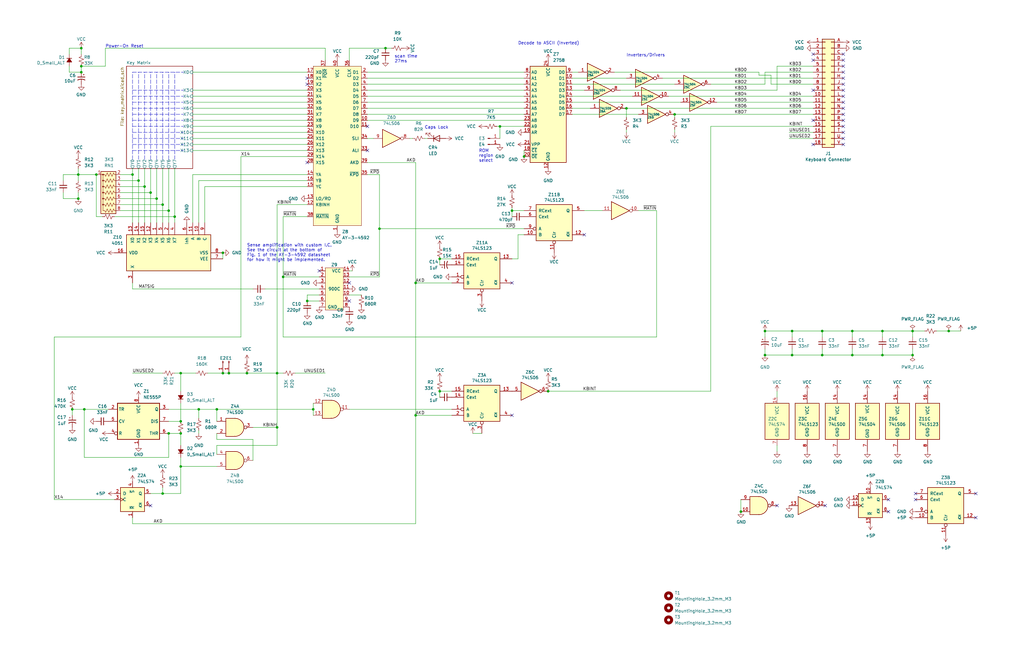
<source format=kicad_sch>
(kicad_sch (version 20211123) (generator eeschema)
  (paper "USLedger")
  (title_block (title "Key Tronic Corp. 65-02163"))
  (junction (at 33.02 73.66))
  (junction (at 40.64 73.66))
  (junction (at 231.14 165.1))
  (junction (at 58.42 76.2))
  (junction (at 116.84 180.34))
  (junction (at 76.2 177.8))
  (junction (at 34.29 20.32))
  (junction (at 175.26 119.38))
  (junction (at 175.26 175.26))
  (junction (at 76.2 182.88))
  (junction (at 68.58 208.28))
  (junction (at 35.56 172.72))
  (junction (at 73.66 91.44))
  (junction (at 210.82 53.34))
  (junction (at 400.05 139.7))
  (junction (at 34.29 27.94))
  (junction (at 334.01 139.7))
  (junction (at 34.29 30.48))
  (junction (at 68.58 86.36))
  (junction (at 372.11 149.86))
  (junction (at 359.41 149.86))
  (junction (at 322.58 149.86))
  (junction (at 322.58 139.7))
  (junction (at 129.54 127))
  (junction (at 359.41 139.7))
  (junction (at 83.82 172.72))
  (junction (at 71.12 88.9))
  (junction (at 132.08 172.72))
  (junction (at 346.71 139.7))
  (junction (at 66.04 83.82))
  (junction (at 160.02 96.52))
  (junction (at 76.2 196.85))
  (junction (at 384.81 149.86))
  (junction (at 264.16 45.72))
  (junction (at 96.52 157.48))
  (junction (at 71.12 182.88))
  (junction (at 284.48 48.26))
  (junction (at 104.14 157.48))
  (junction (at 334.01 149.86))
  (junction (at 346.71 149.86))
  (junction (at 215.9 88.9))
  (junction (at 119.38 116.84))
  (junction (at 185.42 109.22))
  (junction (at 116.84 157.48))
  (junction (at 76.2 157.48))
  (junction (at 30.48 172.72))
  (junction (at 93.98 106.68))
  (junction (at 93.98 157.48))
  (junction (at 220.98 66.04))
  (junction (at 55.88 73.66))
  (junction (at 60.96 78.74))
  (junction (at 312.42 215.9))
  (junction (at 63.5 81.28))
  (junction (at 384.81 139.7))
  (junction (at 372.11 139.7))
  (junction (at 33.02 83.82))
  (junction (at 162.56 20.32))
  (junction (at 185.42 165.1))
  (junction (at 91.44 172.72))
  (no_connect (at 129.54 33.02))
  (no_connect (at 342.9 38.1))
  (no_connect (at 355.6 27.94))
  (no_connect (at 355.6 30.48))
  (no_connect (at 129.54 35.56))
  (no_connect (at 355.6 55.88))
  (no_connect (at 342.9 22.86))
  (no_connect (at 342.9 60.96))
  (no_connect (at 355.6 60.96))
  (no_connect (at 355.6 38.1))
  (no_connect (at 154.94 53.34))
  (no_connect (at 154.94 63.5))
  (no_connect (at 355.6 40.64))
  (no_connect (at 355.6 35.56))
  (no_connect (at 355.6 53.34))
  (no_connect (at 355.6 50.8))
  (no_connect (at 342.9 25.4))
  (no_connect (at 355.6 33.02))
  (no_connect (at 129.54 68.58))
  (no_connect (at 246.38 99.06))
  (no_connect (at 134.62 114.3))
  (no_connect (at 355.6 58.42))
  (no_connect (at 355.6 43.18))
  (no_connect (at 355.6 45.72))
  (no_connect (at 342.9 50.8))
  (no_connect (at 147.32 127))
  (no_connect (at 147.32 119.38))
  (no_connect (at 215.9 119.38))
  (no_connect (at 327.66 213.36))
  (no_connect (at 63.5 213.36))
  (no_connect (at 386.08 210.82))
  (no_connect (at 374.65 210.82))
  (no_connect (at 386.08 208.28))
  (no_connect (at 374.65 215.9))
  (no_connect (at 347.98 213.36))
  (no_connect (at 215.9 175.26))
  (no_connect (at 411.48 218.44))
  (no_connect (at 411.48 208.28))
  (no_connect (at 355.6 22.86))
  (no_connect (at 355.6 48.26))
  (no_connect (at 355.6 25.4))
  (wire (pts (xy 327.66 38.1) (xy 327.66 27.94)))
  (wire (pts (xy 30.48 172.72) (xy 35.56 172.72)))
  (polyline (pts (xy 55.88 30.48) (xy 77.47 30.48)))
  (wire (pts (xy 60.96 78.74) (xy 60.96 93.98)))
  (wire (pts (xy 76.2 182.88) (xy 76.2 187.96)))
  (wire (pts (xy 68.58 205.74) (xy 68.58 208.28)))
  (wire (pts (xy 241.3 45.72) (xy 248.92 45.72)))
  (wire (pts (xy 199.39 182.88) (xy 203.2 182.88)))
  (wire (pts (xy 40.64 91.44) (xy 40.64 73.66)))
  (wire (pts (xy 134.62 127) (xy 129.54 127)))
  (wire (pts (xy 359.41 149.86) (xy 372.11 149.86)))
  (wire (pts (xy 50.8 76.2) (xy 58.42 76.2)))
  (wire (pts (xy 34.29 30.48) (xy 29.21 30.48)))
  (wire (pts (xy 26.67 83.82) (xy 26.67 81.28)))
  (wire (pts (xy 346.71 139.7) (xy 359.41 139.7)))
  (wire (pts (xy 86.36 93.98) (xy 86.36 78.74)))
  (wire (pts (xy 34.29 27.94) (xy 44.45 27.94)))
  (wire (pts (xy 210.82 58.42) (xy 210.82 53.34)))
  (polyline (pts (xy 55.88 40.64) (xy 77.47 40.64)))
  (polyline (pts (xy 63.5 67.31) (xy 63.5 30.48)))
  (wire (pts (xy 322.58 149.86) (xy 334.01 149.86)))
  (wire (pts (xy 218.44 99.06) (xy 220.98 99.06)))
  (polyline (pts (xy 55.88 43.18) (xy 77.47 43.18)))
  (wire (pts (xy 119.38 116.84) (xy 134.62 116.84)))
  (wire (pts (xy 284.48 49.53) (xy 284.48 48.26)))
  (wire (pts (xy 154.94 48.26) (xy 220.98 48.26)))
  (wire (pts (xy 35.56 172.72) (xy 45.72 172.72)))
  (wire (pts (xy 96.52 157.48) (xy 104.14 157.48)))
  (wire (pts (xy 320.04 30.48) (xy 320.04 31.75)))
  (wire (pts (xy 154.94 43.18) (xy 220.98 43.18)))
  (wire (pts (xy 241.3 40.64) (xy 266.7 40.64)))
  (wire (pts (xy 215.9 87.63) (xy 215.9 88.9)))
  (wire (pts (xy 101.6 66.04) (xy 101.6 142.24)))
  (wire (pts (xy 185.42 109.22) (xy 190.5 109.22)))
  (wire (pts (xy 76.2 196.85) (xy 76.2 208.28)))
  (wire (pts (xy 29.21 27.94) (xy 29.21 30.48)))
  (wire (pts (xy 147.32 124.46) (xy 152.4 124.46)))
  (wire (pts (xy 119.38 142.24) (xy 119.38 116.84)))
  (wire (pts (xy 129.54 124.46) (xy 129.54 127)))
  (wire (pts (xy 325.12 35.56) (xy 342.9 35.56)))
  (wire (pts (xy 81.28 48.26) (xy 129.54 48.26)))
  (wire (pts (xy 76.2 177.8) (xy 71.12 177.8)))
  (wire (pts (xy 261.62 38.1) (xy 327.66 38.1)))
  (wire (pts (xy 334.01 139.7) (xy 334.01 142.24)))
  (wire (pts (xy 220.98 53.34) (xy 210.82 53.34)))
  (wire (pts (xy 76.2 157.48) (xy 76.2 165.1)))
  (wire (pts (xy 162.56 20.32) (xy 165.1 20.32)))
  (wire (pts (xy 284.48 55.88) (xy 284.48 54.61)))
  (wire (pts (xy 132.08 172.72) (xy 132.08 175.26)))
  (wire (pts (xy 68.58 71.12) (xy 68.58 86.36)))
  (wire (pts (xy 246.38 88.9) (xy 254 88.9)))
  (wire (pts (xy 33.02 73.66) (xy 40.64 73.66)))
  (wire (pts (xy 81.28 45.72) (xy 129.54 45.72)))
  (wire (pts (xy 66.04 83.82) (xy 66.04 93.98)))
  (wire (pts (xy 342.9 58.42) (xy 332.74 58.42)))
  (wire (pts (xy 372.11 139.7) (xy 384.81 139.7)))
  (wire (pts (xy 34.29 20.32) (xy 34.29 22.86)))
  (wire (pts (xy 154.94 33.02) (xy 220.98 33.02)))
  (wire (pts (xy 83.82 172.72) (xy 91.44 172.72)))
  (wire (pts (xy 175.26 220.98) (xy 55.88 220.98)))
  (wire (pts (xy 384.81 149.86) (xy 384.81 147.32)))
  (wire (pts (xy 185.42 111.76) (xy 185.42 109.22)))
  (wire (pts (xy 22.86 142.24) (xy 22.86 210.82)))
  (polyline (pts (xy 55.88 45.72) (xy 77.47 45.72)))
  (wire (pts (xy 119.38 91.44) (xy 119.38 116.84)))
  (wire (pts (xy 209.55 53.34) (xy 210.82 53.34)))
  (wire (pts (xy 50.8 78.74) (xy 60.96 78.74)))
  (wire (pts (xy 34.29 30.48) (xy 34.29 27.94)))
  (wire (pts (xy 241.3 48.26) (xy 269.24 48.26)))
  (wire (pts (xy 154.94 50.8) (xy 220.98 50.8)))
  (wire (pts (xy 106.68 180.34) (xy 116.84 180.34)))
  (wire (pts (xy 327.66 190.5) (xy 327.66 187.96)))
  (wire (pts (xy 154.94 45.72) (xy 220.98 45.72)))
  (polyline (pts (xy 55.88 67.31) (xy 55.88 30.48)))
  (wire (pts (xy 71.12 71.12) (xy 71.12 88.9)))
  (polyline (pts (xy 60.96 67.31) (xy 60.96 30.48)))
  (wire (pts (xy 119.38 157.48) (xy 116.84 157.48)))
  (wire (pts (xy 26.67 83.82) (xy 33.02 83.82)))
  (wire (pts (xy 147.32 20.32) (xy 162.56 20.32)))
  (wire (pts (xy 81.28 63.5) (xy 129.54 63.5)))
  (wire (pts (xy 327.66 27.94) (xy 342.9 27.94)))
  (wire (pts (xy 83.82 76.2) (xy 129.54 76.2)))
  (polyline (pts (xy 55.88 53.34) (xy 77.47 53.34)))
  (polyline (pts (xy 73.66 67.31) (xy 73.66 30.48)))
  (wire (pts (xy 71.12 193.04) (xy 71.12 182.88)))
  (wire (pts (xy 81.28 38.1) (xy 129.54 38.1)))
  (wire (pts (xy 35.56 193.04) (xy 71.12 193.04)))
  (wire (pts (xy 86.36 78.74) (xy 129.54 78.74)))
  (wire (pts (xy 299.72 35.56) (xy 322.58 35.56)))
  (wire (pts (xy 76.2 170.18) (xy 76.2 177.8)))
  (wire (pts (xy 50.8 73.66) (xy 55.88 73.66)))
  (wire (pts (xy 372.11 139.7) (xy 372.11 142.24)))
  (wire (pts (xy 175.26 119.38) (xy 190.5 119.38)))
  (wire (pts (xy 154.94 30.48) (xy 220.98 30.48)))
  (polyline (pts (xy 71.12 67.31) (xy 71.12 30.48)))
  (wire (pts (xy 116.84 157.48) (xy 116.84 86.36)))
  (wire (pts (xy 91.44 172.72) (xy 132.08 172.72)))
  (wire (pts (xy 132.08 170.18) (xy 132.08 172.72)))
  (wire (pts (xy 372.11 149.86) (xy 372.11 147.32)))
  (wire (pts (xy 81.28 55.88) (xy 129.54 55.88)))
  (wire (pts (xy 81.28 50.8) (xy 129.54 50.8)))
  (wire (pts (xy 264.16 55.88) (xy 264.16 54.61)))
  (wire (pts (xy 101.6 142.24) (xy 22.86 142.24)))
  (wire (pts (xy 106.68 185.42) (xy 106.68 194.31)))
  (wire (pts (xy 50.8 88.9) (xy 71.12 88.9)))
  (wire (pts (xy 173.99 58.42) (xy 172.72 58.42)))
  (wire (pts (xy 327.66 165.1) (xy 327.66 167.64)))
  (wire (pts (xy 81.28 40.64) (xy 129.54 40.64)))
  (wire (pts (xy 50.8 81.28) (xy 63.5 81.28)))
  (wire (pts (xy 332.74 55.88) (xy 342.9 55.88)))
  (wire (pts (xy 299.72 53.34) (xy 342.9 53.34)))
  (wire (pts (xy 81.28 60.96) (xy 129.54 60.96)))
  (wire (pts (xy 241.3 43.18) (xy 287.02 43.18)))
  (wire (pts (xy 55.88 121.92) (xy 106.68 121.92)))
  (wire (pts (xy 160.02 116.84) (xy 160.02 96.52)))
  (wire (pts (xy 218.44 109.22) (xy 215.9 109.22)))
  (wire (pts (xy 231.14 165.1) (xy 299.72 165.1)))
  (wire (pts (xy 93.98 157.48) (xy 96.52 157.48)))
  (wire (pts (xy 81.28 43.18) (xy 129.54 43.18)))
  (wire (pts (xy 91.44 177.8) (xy 91.44 172.72)))
  (wire (pts (xy 58.42 71.12) (xy 58.42 76.2)))
  (wire (pts (xy 83.82 93.98) (xy 83.82 76.2)))
  (wire (pts (xy 264.16 45.72) (xy 342.9 45.72)))
  (wire (pts (xy 215.9 88.9) (xy 215.9 91.44)))
  (wire (pts (xy 81.28 30.48) (xy 129.54 30.48)))
  (wire (pts (xy 322.58 149.86) (xy 322.58 147.32)))
  (polyline (pts (xy 55.88 38.1) (xy 77.47 38.1)))
  (wire (pts (xy 71.12 182.88) (xy 76.2 182.88)))
  (wire (pts (xy 284.48 48.26) (xy 342.9 48.26)))
  (wire (pts (xy 147.32 172.72) (xy 190.5 172.72)))
  (wire (pts (xy 405.13 139.7) (xy 400.05 139.7)))
  (wire (pts (xy 302.26 43.18) (xy 342.9 43.18)))
  (wire (pts (xy 55.88 157.48) (xy 68.58 157.48)))
  (wire (pts (xy 175.26 175.26) (xy 175.26 220.98)))
  (wire (pts (xy 73.66 71.12) (xy 73.66 91.44)))
  (wire (pts (xy 68.58 208.28) (xy 76.2 208.28)))
  (wire (pts (xy 76.2 196.85) (xy 91.44 196.85)))
  (wire (pts (xy 346.71 149.86) (xy 359.41 149.86)))
  (wire (pts (xy 160.02 73.66) (xy 154.94 73.66)))
  (wire (pts (xy 241.3 38.1) (xy 246.38 38.1)))
  (wire (pts (xy 76.2 193.04) (xy 76.2 196.85)))
  (wire (pts (xy 35.56 172.72) (xy 35.56 193.04)))
  (wire (pts (xy 134.62 124.46) (xy 129.54 124.46)))
  (wire (pts (xy 55.88 220.98) (xy 55.88 218.44)))
  (polyline (pts (xy 58.42 67.31) (xy 58.42 30.48)))
  (wire (pts (xy 264.16 45.72) (xy 261.62 45.72)))
  (wire (pts (xy 359.41 139.7) (xy 359.41 142.24)))
  (wire (pts (xy 119.38 91.44) (xy 129.54 91.44)))
  (wire (pts (xy 55.88 73.66) (xy 55.88 93.98)))
  (wire (pts (xy 154.94 58.42) (xy 157.48 58.42)))
  (wire (pts (xy 116.84 187.96) (xy 91.44 187.96)))
  (wire (pts (xy 116.84 86.36) (xy 129.54 86.36)))
  (wire (pts (xy 34.29 20.32) (xy 29.21 20.32)))
  (wire (pts (xy 73.66 91.44) (xy 73.66 93.98)))
  (wire (pts (xy 48.26 91.44) (xy 73.66 91.44)))
  (wire (pts (xy 322.58 139.7) (xy 322.58 142.24)))
  (wire (pts (xy 68.58 208.28) (xy 63.5 208.28)))
  (wire (pts (xy 312.42 210.82) (xy 312.42 215.9)))
  (wire (pts (xy 66.04 71.12) (xy 66.04 83.82)))
  (wire (pts (xy 60.96 71.12) (xy 60.96 78.74)))
  (wire (pts (xy 44.45 27.94) (xy 44.45 20.32)))
  (wire (pts (xy 279.4 33.02) (xy 342.9 33.02)))
  (wire (pts (xy 175.26 68.58) (xy 154.94 68.58)))
  (wire (pts (xy 137.16 20.32) (xy 137.16 25.4)))
  (wire (pts (xy 44.45 20.32) (xy 137.16 20.32)))
  (wire (pts (xy 93.98 109.22) (xy 93.98 106.68)))
  (wire (pts (xy 81.28 53.34) (xy 129.54 53.34)))
  (wire (pts (xy 372.11 149.86) (xy 384.81 149.86)))
  (wire (pts (xy 147.32 116.84) (xy 160.02 116.84)))
  (wire (pts (xy 276.86 88.9) (xy 276.86 142.24)))
  (polyline (pts (xy 55.88 55.88) (xy 77.47 55.88)))
  (wire (pts (xy 55.88 119.38) (xy 55.88 121.92)))
  (wire (pts (xy 218.44 109.22) (xy 218.44 99.06)))
  (wire (pts (xy 334.01 149.86) (xy 334.01 147.32)))
  (wire (pts (xy 137.16 157.48) (xy 124.46 157.48)))
  (wire (pts (xy 215.9 88.9) (xy 220.98 88.9)))
  (polyline (pts (xy 55.88 60.96) (xy 77.47 60.96)))
  (wire (pts (xy 91.44 187.96) (xy 91.44 191.77)))
  (wire (pts (xy 359.41 139.7) (xy 372.11 139.7)))
  (wire (pts (xy 185.42 167.64) (xy 185.42 165.1)))
  (wire (pts (xy 241.3 35.56) (xy 284.48 35.56)))
  (wire (pts (xy 73.66 157.48) (xy 76.2 157.48)))
  (wire (pts (xy 104.14 157.48) (xy 116.84 157.48)))
  (wire (pts (xy 394.97 139.7) (xy 400.05 139.7)))
  (polyline (pts (xy 66.04 67.31) (xy 66.04 30.48)))
  (wire (pts (xy 116.84 180.34) (xy 116.84 187.96)))
  (wire (pts (xy 55.88 73.66) (xy 55.88 71.12)))
  (wire (pts (xy 22.86 210.82) (xy 48.26 210.82)))
  (wire (pts (xy 160.02 96.52) (xy 220.98 96.52)))
  (wire (pts (xy 101.6 66.04) (xy 129.54 66.04)))
  (polyline (pts (xy 55.88 63.5) (xy 77.47 63.5)))
  (wire (pts (xy 63.5 81.28) (xy 63.5 93.98)))
  (wire (pts (xy 264.16 49.53) (xy 264.16 45.72)))
  (wire (pts (xy 322.58 35.56) (xy 322.58 30.48)))
  (wire (pts (xy 322.58 30.48) (xy 342.9 30.48)))
  (wire (pts (xy 50.8 83.82) (xy 66.04 83.82)))
  (wire (pts (xy 175.26 68.58) (xy 175.26 119.38)))
  (wire (pts (xy 33.02 83.82) (xy 33.02 81.28)))
  (wire (pts (xy 147.32 20.32) (xy 147.32 25.4)))
  (polyline (pts (xy 55.88 58.42) (xy 77.47 58.42)))
  (wire (pts (xy 175.26 119.38) (xy 175.26 175.26)))
  (wire (pts (xy 259.08 30.48) (xy 320.04 30.48)))
  (wire (pts (xy 276.86 142.24) (xy 119.38 142.24)))
  (wire (pts (xy 83.82 181.61) (xy 83.82 182.88)))
  (wire (pts (xy 87.63 157.48) (xy 93.98 157.48)))
  (wire (pts (xy 241.3 33.02) (xy 264.16 33.02)))
  (wire (pts (xy 346.71 139.7) (xy 346.71 142.24)))
  (wire (pts (xy 179.07 58.42) (xy 180.34 58.42)))
  (wire (pts (xy 82.55 157.48) (xy 76.2 157.48)))
  (wire (pts (xy 325.12 31.75) (xy 325.12 35.56)))
  (wire (pts (xy 83.82 172.72) (xy 83.82 176.53)))
  (wire (pts (xy 68.58 86.36) (xy 68.58 93.98)))
  (polyline (pts (xy 68.58 67.31) (xy 68.58 30.48)))
  (polyline (pts (xy 55.88 48.26) (xy 77.47 48.26)))
  (wire (pts (xy 154.94 38.1) (xy 220.98 38.1)))
  (wire (pts (xy 30.48 172.72) (xy 30.48 175.26)))
  (wire (pts (xy 116.84 157.48) (xy 116.84 180.34)))
  (wire (pts (xy 384.81 139.7) (xy 389.89 139.7)))
  (wire (pts (xy 160.02 96.52) (xy 160.02 73.66)))
  (wire (pts (xy 154.94 40.64) (xy 220.98 40.64)))
  (wire (pts (xy 81.28 73.66) (xy 129.54 73.66)))
  (wire (pts (xy 269.24 88.9) (xy 276.86 88.9)))
  (wire (pts (xy 29.21 20.32) (xy 29.21 22.86)))
  (wire (pts (xy 334.01 139.7) (xy 346.71 139.7)))
  (wire (pts (xy 50.8 86.36) (xy 68.58 86.36)))
  (wire (pts (xy 322.58 139.7) (xy 334.01 139.7)))
  (wire (pts (xy 185.42 165.1) (xy 190.5 165.1)))
  (wire (pts (xy 346.71 149.86) (xy 346.71 147.32)))
  (wire (pts (xy 63.5 71.12) (xy 63.5 81.28)))
  (wire (pts (xy 320.04 31.75) (xy 325.12 31.75)))
  (wire (pts (xy 81.28 93.98) (xy 81.28 73.66)))
  (polyline (pts (xy 55.88 50.8) (xy 77.47 50.8)))
  (wire (pts (xy 220.98 66.04) (xy 220.98 63.5)))
  (wire (pts (xy 91.44 185.42) (xy 106.68 185.42)))
  (wire (pts (xy 91.44 182.88) (xy 91.44 185.42)))
  (wire (pts (xy 299.72 53.34) (xy 299.72 165.1)))
  (wire (pts (xy 71.12 172.72) (xy 83.82 172.72)))
  (wire (pts (xy 81.28 58.42) (xy 129.54 58.42)))
  (wire (pts (xy 384.81 139.7) (xy 384.81 142.24)))
  (wire (pts (xy 26.67 73.66) (xy 26.67 76.2)))
  (wire (pts (xy 148.59 114.3) (xy 147.32 114.3)))
  (wire (pts (xy 175.26 175.26) (xy 190.5 175.26)))
  (wire (pts (xy 359.41 149.86) (xy 359.41 147.32)))
  (wire (pts (xy 154.94 35.56) (xy 220.98 35.56)))
  (wire (pts (xy 111.76 121.92) (xy 134.62 121.92)))
  (wire (pts (xy 281.94 40.64) (xy 342.9 40.64)))
  (wire (pts (xy 334.01 149.86) (xy 346.71 149.86)))
  (wire (pts (xy 33.02 76.2) (xy 33.02 73.66)))
  (wire (pts (xy 40.64 91.44) (xy 43.18 91.44)))
  (wire (pts (xy 33.02 73.66) (xy 26.67 73.66)))
  (wire (pts (xy 33.02 71.12) (xy 33.02 73.66)))
  (wire (pts (xy 71.12 88.9) (xy 71.12 93.98)))
  (wire (pts (xy 58.42 76.2) (xy 58.42 93.98)))
  (wire (pts (xy 241.3 30.48) (xy 243.84 30.48)))
  (text "Sense amplification with custom I.C. \nSee the circuit at the bottom of \nFig. 1 of the AY-3-4592 datasheet \nfor how it might be implemented.\n" (at 104.14 110.49 0) (effects (font (size 1.27 1.27)) (justify left bottom)))
  (text "ROM\nregion\nselect\n" (at 201.93 68.58 0) (effects (font (size 1.27 1.27)) (justify left bottom)))
  (text "Caps Lock" (at 179.07 54.61 0) (effects (font (size 1.27 1.27)) (justify left bottom)))
  (text "Power-On Reset" (at 44.45 20.32 0) (effects (font (size 1.27 1.27)) (justify left bottom)))
  (text "Inverters/Drivers" (at 264.16 24.13 0) (effects (font (size 1.27 1.27)) (justify left bottom)))
  (text "Decode to ASCII (Inverted)" (at 218.44 19.05 0) (effects (font (size 1.27 1.27)) (justify left bottom)))
  (text "scan time\n27ms" (at 166.37 26.67 0) (effects (font (size 1.27 1.27)) (justify left bottom)))
  (label "AKD" (at 175.26 175.26 0))
  (label "KBD1" (at 332.74 33.02 0))
  (label "KBD5" (at 332.74 43.18 0))
  (label "UNUSED2" (at 332.74 58.42 0))
  (label "KBD3" (at 332.74 27.94 0))
  (label "~{MATIN}" (at 276.86 88.9 180))
  (label "MATSIG" (at 58.42 121.92 0))
  (label "~{MATIN}" (at 119.38 91.44 0))
  (label "KBD2" (at 314.96 35.56 180))
  (label "KBINH" (at 116.84 86.36 0))
  (label "KBD3" (at 314.96 38.1 180))
  (label "KBD2" (at 332.74 30.48 0))
  (label "AKD" (at 175.26 68.58 180))
  (label "KBINT" (at 332.74 53.34 0))
  (label "KBD1" (at 314.96 33.02 180))
  (label "KBD4" (at 332.74 40.64 0))
  (label "KBD0" (at 314.96 30.48 180))
  (label "~{KPD}" (at 160.02 116.84 180))
  (label "UNUSED1" (at 332.74 55.88 0))
  (label "UNUSED1" (at 137.16 157.48 180))
  (label "AKD" (at 175.26 119.38 0))
  (label "AKD" (at 68.58 220.98 180))
  (label "KBD4" (at 314.96 40.64 180))
  (label "KBD5" (at 314.96 43.18 180))
  (label "KBD6" (at 332.74 45.72 0))
  (label "X14" (at 22.86 210.82 0))
  (label "~{KPD}" (at 213.36 96.52 0))
  (label "KBINT" (at 251.46 165.1 180))
  (label "KBD7" (at 314.96 48.26 180))
  (label "X14" (at 101.6 66.04 0))
  (label "UNUSED2" (at 55.88 157.48 0))
  (label "KBD0" (at 332.74 35.56 0))
  (label "KBD6" (at 314.96 45.72 180))
  (label "~{KPD}" (at 160.02 73.66 180))
  (label "KBINH" (at 116.84 180.34 180))
  (label "~{MATIN}" (at 119.38 116.84 0))
  (label "KBD7" (at 332.74 48.26 0))
  (symbol (lib_id "74xx:74LS04") (at 251.46 30.48 0) (mirror x) (unit 1)
    (property "Reference" "Z5" (at 247.65 31.75 0) (effects (font (size 0.889 0.889)) (justify left)))
    (property "Value" "74LS04" (at 247.65 30.48 0) (effects (font (size 0.889 0.889)) (justify left)))
    (property "Footprint" "Package_DIP:DIP-14_W7.62mm" (effects hide))
    (property "Datasheet" "http://www.ti.com/lit/gpn/sn74LS04" (effects hide))
  )
  (symbol (lib_id "74xx:74LS04") (at 271.78 33.02 0) (mirror x) (unit 2)
    (property "Reference" "Z5" (at 267.97 34.29 0) (effects (font (size 0.889 0.889)) (justify left)))
    (property "Value" "74LS04" (at 267.97 33.02 0) (effects (font (size 0.889 0.889)) (justify left)))
    (property "Footprint" "Package_DIP:DIP-14_W7.62mm" (effects hide))
    (property "Datasheet" "http://www.ti.com/lit/gpn/sn74LS04" (effects hide))
  )
  (symbol (lib_id "74xx:74LS04") (at 292.1 35.56 0) (mirror x) (unit 3)
    (property "Reference" "Z5" (at 288.29 36.83 0) (effects (font (size 0.889 0.889)) (justify left)))
    (property "Value" "74LS04" (at 288.29 35.56 0) (effects (font (size 0.889 0.889)) (justify left)))
    (property "Footprint" "Package_DIP:DIP-14_W7.62mm" (effects hide))
    (property "Datasheet" "http://www.ti.com/lit/gpn/sn74LS04" (effects hide))
  )
  (symbol (lib_id "74xx:74LS04") (at 254 38.1 0) (mirror x) (unit 4)
    (property "Reference" "Z5" (at 250.19 39.37 0) (effects (font (size 0.889 0.889)) (justify left)))
    (property "Value" "74LS04" (at 250.19 38.1 0) (effects (font (size 0.889 0.889)) (justify left)))
    (property "Footprint" "Package_DIP:DIP-14_W7.62mm" (effects hide))
    (property "Datasheet" "http://www.ti.com/lit/gpn/sn74LS04" (effects hide))
  )
  (symbol (lib_id "74xx:74LS04") (at 274.32 40.64 0) (mirror x) (unit 5)
    (property "Reference" "Z5" (at 270.51 41.91 0) (effects (font (size 0.889 0.889)) (justify left)))
    (property "Value" "74LS04" (at 270.51 40.64 0) (effects (font (size 0.889 0.889)) (justify left)))
    (property "Footprint" "Package_DIP:DIP-14_W7.62mm" (effects hide))
    (property "Datasheet" "http://www.ti.com/lit/gpn/sn74LS04" (effects hide))
  )
  (symbol (lib_id "74xx:74LS04") (at 294.64 43.18 0) (mirror x) (unit 6)
    (property "Reference" "Z5" (at 290.83 44.45 0) (effects (font (size 0.889 0.889)) (justify left)))
    (property "Value" "74LS04" (at 290.83 43.18 0) (effects (font (size 0.889 0.889)) (justify left)))
    (property "Footprint" "Package_DIP:DIP-14_W7.62mm" (effects hide))
    (property "Datasheet" "http://www.ti.com/lit/gpn/sn74LS04" (effects hide))
  )
  (symbol (lib_id "74xx:74LS06") (at 256.54 45.72 0) (mirror x) (unit 1)
    (property "Reference" "Z6" (at 252.73 46.99 0) (effects (font (size 0.889 0.889)) (justify left)))
    (property "Value" "74LS06" (at 252.73 45.72 0) (effects (font (size 0.889 0.889)) (justify left)))
    (property "Footprint" "Package_DIP:DIP-14_W7.62mm" (effects hide))
    (property "Datasheet" "http://www.ti.com/lit/gpn/sn74LS06" (effects hide))
  )
  (symbol (lib_id "74xx:74LS06") (at 276.86 48.26 0) (mirror x) (unit 2)
    (property "Reference" "Z6" (at 273.05 49.53 0) (effects (font (size 0.889 0.889)) (justify left)))
    (property "Value" "74LS06" (at 273.05 48.26 0) (effects (font (size 0.889 0.889)) (justify left)))
    (property "Footprint" "Package_DIP:DIP-14_W7.62mm" (effects hide))
    (property "Datasheet" "http://www.ti.com/lit/gpn/sn74LS06" (effects hide))
  )
  (symbol (lib_id "Device:R_Small_US") (at 284.48 52.07 0) (mirror x) (unit 1)
    (property "Reference" "R3" (at 287.02 53.3401 0) (effects (justify left)))
    (property "Value" "3K3" (at 287.02 50.8001 0) (effects (justify left)))
    (property "Footprint" "Resistor_THT:R_Axial_DIN0309_L9.0mm_D3.2mm_P12.70mm_Horizontal" (effects hide))
  )
  (symbol (lib_id "Device:R_Small_US") (at 264.16 52.07 0) (mirror x) (unit 1)
    (property "Reference" "R4" (at 266.7 53.3401 0) (effects (justify left)))
    (property "Value" "3K3" (at 266.7 50.8001 0) (effects (justify left)))
    (property "Footprint" "Resistor_THT:R_Axial_DIN0309_L9.0mm_D3.2mm_P12.70mm_Horizontal" (effects hide))
  )
  (symbol (lib_id "power:VCC") (at 231.14 25.4 0) (unit 1)
    (property "Reference" "#PWR0118" (effects hide))
    (property "Value" "VCC" (at 231.14 21.59 0))
  )
  (symbol (lib_id "Connector:Conn_01x01_Male") (at 205.74 58.42 0) (unit 1)
    (property "Reference" "E3" (at 204.47 58.4199 0) (effects (justify right)))
    (property "Value" "A9" (effects hide))
    (property "Footprint" "Connector_PinHeader_2.54mm:PinHeader_1x01_P2.54mm_Vertical" (effects hide))
  )
  (symbol (lib_id "Connector:Conn_01x01_Male") (at 205.74 60.96 0) (unit 1)
    (property "Reference" "E4" (at 204.47 60.9599 0) (effects (justify right)))
    (property "Value" "GND" (effects hide))
    (property "Footprint" "Connector_PinHeader_2.54mm:PinHeader_1x01_P2.54mm_Vertical" (effects hide))
  )
  (symbol (lib_id "Device:R_Small_US") (at 207.01 53.34 90) (mirror x) (unit 1)
    (property "Reference" "R7" (at 207.01 46.99 90))
    (property "Value" "7K5" (at 207.01 49.53 90))
    (property "Footprint" "Resistor_THT:R_Axial_DIN0309_L9.0mm_D3.2mm_P12.70mm_Horizontal" (effects hide))
  )
  (symbol (lib_id "Device:R_Small_US") (at 45.72 91.44 90) (unit 1)
    (property "Reference" "R11" (at 45.72 97.79 90))
    (property "Value" "3K3" (at 45.72 95.25 90))
    (property "Footprint" "Resistor_THT:R_Axial_DIN0309_L9.0mm_D3.2mm_P12.70mm_Horizontal" (effects hide))
  )
  (symbol (lib_id "4xxx:4051") (at 71.12 106.68 90) (mirror x) (unit 1)
    (property "Reference" "Z10" (at 49.53 100.1012 90))
    (property "Value" "4051" (at 49.53 102.6412 90))
    (property "Footprint" "Package_DIP:DIP-16_W7.62mm" (effects hide))
    (property "Datasheet" "http://www.intersil.com/content/dam/Intersil/documents/cd40/cd4051bms-52bms-53bms.pdf" (effects hide))
  )
  (symbol (lib_id "Device:R_Network07_US") (at 45.72 81.28 90) (mirror x) (unit 1)
    (property "Reference" "RN1" (at 45.974 69.85 90))
    (property "Value" "3K3" (at 45.974 67.31 90))
    (property "Footprint" "Resistor_THT:R_Array_SIP8" (effects hide))
    (property "Datasheet" "http://www.vishay.com/docs/31509/csc.pdf" (effects hide))
  )
  (symbol (lib_id "Device:R_Small_US") (at 33.02 68.58 0) (mirror y) (unit 1)
    (property "Reference" "R12" (at 35.56 67.3099 0) (effects (justify right)))
    (property "Value" "3K3" (at 35.56 69.8499 0) (effects (justify right)))
    (property "Footprint" "Resistor_THT:R_Axial_DIN0309_L9.0mm_D3.2mm_P12.70mm_Horizontal" (effects hide))
  )
  (symbol (lib_id "power:VCC") (at 33.02 66.04 0) (mirror y) (unit 1)
    (property "Reference" "#PWR0128" (effects hide))
    (property "Value" "VCC" (at 33.02 62.23 0))
  )
  (symbol (lib_id "power:VCC") (at 142.24 25.4 0) (mirror y) (unit 1)
    (property "Reference" "#PWR0134" (effects hide))
    (property "Value" "VCC" (at 142.24 21.59 0))
  )
  (symbol (lib_id "Device:R_Small_US") (at 33.02 78.74 0) (mirror y) (unit 1)
    (property "Reference" "R13" (at 35.56 77.4699 0) (effects (justify right)))
    (property "Value" "3K3" (at 35.56 80.0099 0) (effects (justify right)))
    (property "Footprint" "Resistor_THT:R_Axial_DIN0309_L9.0mm_D3.2mm_P12.70mm_Horizontal" (effects hide))
  )
  (symbol (lib_id "Device:C_Small") (at 26.67 78.74 0) (mirror y) (unit 1)
    (property "Reference" "C11" (at 24.13 77.4762 0) (effects (justify left)))
    (property "Value" "33nF" (at 24.13 80.0162 0) (effects (justify left)))
    (property "Footprint" "lib:C_Axial_L3.8mm_D2.6mm_P12.7mm_Horizontal" (effects hide))
  )
  (symbol (lib_id "power:GND") (at 33.02 83.82 0) (mirror y) (unit 1)
    (property "Reference" "#PWR0132" (effects hide))
    (property "Value" "GND" (at 33.02 88.9 0))
  )
  (symbol (lib_id "power:GND") (at 93.98 106.68 90) (mirror x) (unit 1)
    (property "Reference" "#PWR0121" (effects hide))
    (property "Value" "GND" (at 97.79 106.6799 90) (effects (justify right)))
  )
  (symbol (lib_id "power:VCC") (at 48.26 106.68 90) (mirror x) (unit 1)
    (property "Reference" "#PWR0137" (effects hide))
    (property "Value" "VCC" (at 44.45 106.6799 90) (effects (justify left)))
  )
  (symbol (lib_id "74xx:74LS06") (at 165.1 58.42 0) (mirror x) (unit 4)
    (property "Reference" "Z6" (at 165.1 49.53 0))
    (property "Value" "74LS06" (at 165.1 52.07 0))
    (property "Footprint" "Package_DIP:DIP-14_W7.62mm" (effects hide))
    (property "Datasheet" "http://www.ti.com/lit/gpn/sn74LS06" (effects hide))
  )
  (symbol (lib_id "Device:R_Small_US") (at 176.53 58.42 270) (mirror x) (unit 1)
    (property "Reference" "R6" (at 176.53 52.07 90))
    (property "Value" "82R" (at 176.53 54.61 90))
    (property "Footprint" "Resistor_THT:R_Axial_DIN0309_L9.0mm_D3.2mm_P12.70mm_Horizontal" (effects hide))
  )
  (symbol (lib_id "Device:LED") (at 184.15 58.42 0) (mirror x) (unit 1)
    (property "Reference" "CR4" (at 182.5625 62.23 0))
    (property "Value" "LED" (at 182.5625 64.77 0))
    (property "Footprint" "LED_THT:LED_D5.0mm" (effects hide))
  )
  (symbol (lib_id "power:VCC") (at 187.96 58.42 270) (unit 1)
    (property "Reference" "#PWR0133" (effects hide))
    (property "Value" "VCC" (at 191.77 58.4199 90) (effects (justify left)))
  )
  (symbol (lib_id "power:VCC") (at 170.18 20.32 270) (unit 1)
    (property "Reference" "#PWR0129" (effects hide))
    (property "Value" "VCC" (at 173.99 20.32 0))
  )
  (symbol (lib_id "Device:R_Small_US") (at 167.64 20.32 270) (unit 1)
    (property "Reference" "R9" (at 167.64 13.97 90))
    (property "Value" "10K" (at 167.64 16.51 90))
    (property "Footprint" "Resistor_THT:R_Axial_DIN0309_L9.0mm_D3.2mm_P12.70mm_Horizontal" (effects hide))
  )
  (symbol (lib_id "Device:C_Small") (at 162.56 22.86 0) (unit 1)
    (property "Reference" "C7" (at 160.02 21.5962 0) (effects (justify right)))
    (property "Value" "220pF" (at 160.02 24.1362 0) (effects (justify right)))
    (property "Footprint" "lib:C_Disc_D6.0mm_W2.5mm_P6.35mm" (effects hide))
  )
  (symbol (lib_id "power:GND") (at 162.56 25.4 0) (unit 1)
    (property "Reference" "#PWR0135" (effects hide))
    (property "Value" "GND" (at 160.02 26.6699 0) (effects (justify right)))
  )
  (symbol (lib_id "power:GND") (at 142.24 97.79 0) (mirror y) (unit 1)
    (property "Reference" "#PWR0144" (effects hide))
    (property "Value" "GND" (at 142.113 102.1842 0))
  )
  (symbol (lib_id "power:VCC") (at 34.29 20.32 0) (mirror y) (unit 1)
    (property "Reference" "#PWR0126" (effects hide))
    (property "Value" "VCC" (at 34.29 16.51 0))
  )
  (symbol (lib_id "Device:R_Small_US") (at 34.29 25.4 0) (mirror y) (unit 1)
    (property "Reference" "R8" (at 38.1 24.13 0) (effects (justify left)))
    (property "Value" "33K" (at 39.37 26.67 0) (effects (justify left)))
    (property "Footprint" "Resistor_THT:R_Axial_DIN0309_L9.0mm_D3.2mm_P12.70mm_Horizontal" (effects hide))
  )
  (symbol (lib_id "Device:D_Small_Filled") (at 29.21 25.4 90) (mirror x) (unit 1)
    (property "Reference" "D1" (at 27.432 24.2316 90) (effects (justify left)))
    (property "Value" "D_Small_ALT" (at 27.432 26.543 90) (effects (justify left)))
    (property "Footprint" "Diode_THT:D_T-1_P12.70mm_Horizontal" (effects hide))
  )
  (symbol (lib_id "Device:C_Polarized_Small_US") (at 34.29 33.02 0) (mirror y) (unit 1)
    (property "Reference" "C6" (at 31.9786 31.8516 0) (effects (justify left)))
    (property "Value" "10uF" (at 31.9786 34.163 0) (effects (justify left)))
    (property "Footprint" "Capacitor_THT:CP_Radial_D8.0mm_P3.50mm" (effects hide))
  )
  (symbol (lib_id "power:GND") (at 34.29 35.56 0) (mirror y) (unit 1)
    (property "Reference" "#PWR0127" (effects hide))
    (property "Value" "GND" (at 34.163 39.9542 0))
  )
  (symbol (lib_id "power:VCC") (at 264.16 55.88 0) (mirror x) (unit 1)
    (property "Reference" "#PWR0110" (effects hide))
    (property "Value" "VCC" (at 264.16 59.69 0))
  )
  (symbol (lib_id "74xx:74LS06") (at 378.46 177.8 0) (unit 7)
    (property "Reference" "Z6" (at 374.65 176.7586 0) (effects (justify left)))
    (property "Value" "74LS06" (at 374.65 179.07 0) (effects (justify left)))
    (property "Footprint" "Package_DIP:DIP-14_W7.62mm" (effects hide))
    (property "Datasheet" "http://www.ti.com/lit/gpn/sn74LS06" (effects hide))
  )
  (symbol (lib_id "74xx:74LS04") (at 365.76 177.8 0) (unit 7)
    (property "Reference" "Z5" (at 361.95 176.7586 0) (effects (justify left)))
    (property "Value" "74LS04" (at 361.95 179.07 0) (effects (justify left)))
    (property "Footprint" "Package_DIP:DIP-14_W7.62mm" (effects hide))
    (property "Datasheet" "http://www.ti.com/lit/gpn/sn74LS04" (effects hide))
  )
  (symbol (lib_id "Device:C_Small") (at 384.81 144.78 0) (unit 1)
    (property "Reference" "C15" (at 387.35 143.5162 0) (effects (justify left)))
    (property "Value" "33nF" (at 387.35 146.0562 0) (effects (justify left)))
    (property "Footprint" "lib:C_Axial_L3.8mm_D2.6mm_P12.7mm_Horizontal" (effects hide))
  )
  (symbol (lib_id "Device:C_Small") (at 372.11 144.78 0) (unit 1)
    (property "Reference" "C12" (at 374.65 143.5162 0) (effects (justify left)))
    (property "Value" "33nF" (at 374.65 146.0562 0) (effects (justify left)))
    (property "Footprint" "lib:C_Axial_L3.8mm_D2.6mm_P12.7mm_Horizontal" (effects hide))
  )
  (symbol (lib_id "power:VCC") (at 378.46 165.1 0) (unit 1)
    (property "Reference" "#PWR0156" (effects hide))
    (property "Value" "VCC" (at 378.46 161.29 0))
  )
  (symbol (lib_id "power:GND") (at 378.46 190.5 0) (unit 1)
    (property "Reference" "#PWR0176" (effects hide))
    (property "Value" "GND" (at 378.587 194.8942 0))
  )
  (symbol (lib_id "MyCardEdge:EdgeConn_02x18_Top_Bottom") (at 347.98 38.1 0) (unit 1)
    (property "Reference" "J1" (at 349.25 64.77 0))
    (property "Value" "Keyboard Connector" (at 349.25 67.31 0))
    (property "Footprint" "lib:CARDEDGE_2x18_P3.96mm" (effects hide))
  )
  (symbol (lib_id "power:VCC") (at 355.6 17.78 270) (mirror x) (unit 1)
    (property "Reference" "#PWR0116" (effects hide))
    (property "Value" "VCC" (at 359.41 17.7799 90) (effects (justify left)))
  )
  (symbol (lib_id "power:GND") (at 355.6 20.32 90) (mirror x) (unit 1)
    (property "Reference" "#PWR0113" (effects hide))
    (property "Value" "GND" (at 359.41 20.3199 90) (effects (justify right)))
  )
  (symbol (lib_id "Device:C_Polarized_Small_US") (at 322.58 144.78 0) (unit 1)
    (property "Reference" "C2" (at 325.12 143.0781 0) (effects (justify left)))
    (property "Value" "10uF" (at 325.12 145.6181 0) (effects (justify left)))
    (property "Footprint" "Capacitor_THT:CP_Radial_D8.0mm_P3.80mm" (effects hide))
  )
  (symbol (lib_id "Device:C_Small") (at 334.01 144.78 0) (unit 1)
    (property "Reference" "C1" (at 336.55 143.5162 0) (effects (justify left)))
    (property "Value" "33nF" (at 336.55 146.0562 0) (effects (justify left)))
    (property "Footprint" "lib:C_Axial_L3.8mm_D2.6mm_P12.7mm_Horizontal" (effects hide))
  )
  (symbol (lib_id "Timer:NE555P") (at 58.42 177.8 0) (unit 1)
    (property "Reference" "Z1" (at 60.4394 165.1 0) (effects (justify left)))
    (property "Value" "NE555P" (at 60.4394 167.64 0) (effects (justify left)))
    (property "Footprint" "Package_DIP:DIP-8_W7.62mm" (effects hide))
    (property "Datasheet" "http://www.ti.com/lit/ds/symlink/ne555.pdf" (effects hide))
  )
  (symbol (lib_id "Device:R_Small_US") (at 83.82 179.07 0) (unit 1)
    (property "Reference" "R1" (at 86.36 177.7999 0) (effects (justify left)))
    (property "Value" "680R" (at 86.36 180.3399 0) (effects (justify left)))
    (property "Footprint" "Resistor_THT:R_Axial_DIN0309_L9.0mm_D3.2mm_P12.70mm_Horizontal" (effects hide))
  )
  (symbol (lib_id "74xx:74LS74") (at 55.88 210.82 0) (unit 1)
    (property "Reference" "Z2" (at 57.8994 200.66 0) (effects (justify left)))
    (property "Value" "74LS74" (at 57.8994 203.2 0) (effects (justify left)))
    (property "Footprint" "Package_DIP:DIP-14_W7.62mm" (effects hide))
    (property "Datasheet" "74xx/74hc_hct74.pdf" (effects hide))
  )
  (symbol (lib_id "74xx:74LS74") (at 367.03 213.36 0) (unit 2)
    (property "Reference" "Z2" (at 369.0494 203.2 0) (effects (justify left)))
    (property "Value" "74LS74" (at 369.0494 205.74 0) (effects (justify left)))
    (property "Footprint" "Package_DIP:DIP-14_W7.62mm" (effects hide))
    (property "Datasheet" "74xx/74hc_hct74.pdf" (effects hide))
  )
  (symbol (lib_id "74xx:74LS74") (at 327.66 177.8 0) (unit 3)
    (property "Reference" "Z2" (at 323.85 176.7586 0) (effects (justify left)))
    (property "Value" "74LS74" (at 323.85 179.07 0) (effects (justify left)))
    (property "Footprint" "Package_DIP:DIP-14_W7.62mm" (effects hide))
    (property "Datasheet" "74xx/74hc_hct74.pdf" (effects hide))
  )
  (symbol (lib_id "74xx:74LS123") (at 203.2 170.18 0) (unit 1)
    (property "Reference" "Z3" (at 203.2 158.3182 0))
    (property "Value" "74LS123" (at 203.2 160.6296 0))
    (property "Footprint" "Package_DIP:DIP-16_W7.62mm" (effects hide))
    (property "Datasheet" "http://www.ti.com/lit/gpn/sn74LS123" (effects hide))
  )
  (symbol (lib_id "74xx:74LS123") (at 398.78 213.36 0) (unit 2)
    (property "Reference" "Z3" (at 398.78 201.4982 0))
    (property "Value" "74LS123" (at 398.78 203.8096 0))
    (property "Footprint" "Package_DIP:DIP-16_W7.62mm" (effects hide))
    (property "Datasheet" "http://www.ti.com/lit/gpn/sn74LS123" (effects hide))
  )
  (symbol (lib_id "74xx:74LS123") (at 340.36 177.8 0) (unit 3)
    (property "Reference" "Z3" (at 336.55 176.7586 0) (effects (justify left)))
    (property "Value" "74LS123" (at 336.55 179.07 0) (effects (justify left)))
    (property "Footprint" "Package_DIP:DIP-16_W7.62mm" (effects hide))
    (property "Datasheet" "http://www.ti.com/lit/gpn/sn74LS123" (effects hide))
  )
  (symbol (lib_id "power:GND") (at 386.08 215.9 270) (unit 1)
    (property "Reference" "#PWR0162" (effects hide))
    (property "Value" "GND" (at 382.27 215.8999 90) (effects (justify right)))
  )
  (symbol (lib_id "power:GND") (at 359.41 213.36 270) (unit 1)
    (property "Reference" "#PWR0160" (effects hide))
    (property "Value" "GND" (at 355.6 213.3599 90) (effects (justify right)))
  )
  (symbol (lib_id "Device:R_Small_US") (at 185.42 162.56 0) (unit 1)
    (property "Reference" "R2" (at 182.88 161.2899 0) (effects (justify right)))
    (property "Value" "33K" (at 182.88 163.8299 0) (effects (justify right)))
    (property "Footprint" "Resistor_THT:R_Axial_DIN0309_L9.0mm_D3.2mm_P12.70mm_Horizontal" (effects hide))
  )
  (symbol (lib_id "Device:C_Small") (at 187.96 167.64 270) (unit 1)
    (property "Reference" "C4" (at 182.88 166.37 90))
    (property "Value" "1uF" (at 182.88 168.91 90))
    (property "Footprint" "Capacitor_THT:C_Rect_L7.0mm_W2.5mm_P5.00mm" (effects hide))
  )
  (symbol (lib_id "power:VCC") (at 185.42 160.02 0) (unit 1)
    (property "Reference" "#PWR0105" (effects hide))
    (property "Value" "VCC" (at 185.42 156.21 0))
  )
  (symbol (lib_id "74xx:74LS06") (at 223.52 165.1 0) (unit 3)
    (property "Reference" "Z6" (at 223.52 157.0482 0))
    (property "Value" "74LS06" (at 223.52 159.3596 0))
    (property "Footprint" "Package_DIP:DIP-14_W7.62mm" (effects hide))
    (property "Datasheet" "http://www.ti.com/lit/gpn/sn74LS06" (effects hide))
  )
  (symbol (lib_id "Device:R_Small_US") (at 231.14 162.56 0) (unit 1)
    (property "Reference" "R5" (at 232.41 160.02 0) (effects (justify left)))
    (property "Value" "3K3" (at 232.41 162.56 0) (effects (justify left)))
    (property "Footprint" "Resistor_THT:R_Axial_DIN0309_L9.0mm_D3.2mm_P12.70mm_Horizontal" (effects hide))
  )
  (symbol (lib_id "power:VCC") (at 231.14 160.02 0) (unit 1)
    (property "Reference" "#PWR0101" (effects hide))
    (property "Value" "VCC" (at 231.14 156.21 0))
  )
  (symbol (lib_id "power:GND") (at 327.66 190.5 0) (unit 1)
    (property "Reference" "#PWR0180" (effects hide))
    (property "Value" "GND" (at 327.787 194.8942 0))
  )
  (symbol (lib_id "power:GND") (at 340.36 190.5 0) (unit 1)
    (property "Reference" "#PWR0178" (effects hide))
    (property "Value" "GND" (at 340.487 194.8942 0))
  )
  (symbol (lib_id "power:VCC") (at 327.66 165.1 0) (unit 1)
    (property "Reference" "#PWR0152" (effects hide))
    (property "Value" "VCC" (at 327.66 161.29 0))
  )
  (symbol (lib_id "power:VCC") (at 340.36 165.1 0) (unit 1)
    (property "Reference" "#PWR0153" (effects hide))
    (property "Value" "VCC" (at 340.36 161.29 0))
  )
  (symbol (lib_id "power:VCC") (at 199.39 182.88 0) (unit 1)
    (property "Reference" "#PWR0102" (effects hide))
    (property "Value" "VCC" (at 199.39 179.07 0))
  )
  (symbol (lib_id "74xx:74LS00") (at 139.7 172.72 0) (unit 4)
    (property "Reference" "Z4" (at 139.7 164.465 0))
    (property "Value" "74LS00" (at 139.7 166.7764 0))
    (property "Footprint" "Package_DIP:DIP-14_W7.62mm" (effects hide))
    (property "Datasheet" "http://www.ti.com/lit/gpn/sn74ls00" (effects hide))
  )
  (symbol (lib_id "74xx:74LS00") (at 99.06 180.34 0) (unit 1)
    (property "Reference" "Z4" (at 99.06 171.45 0))
    (property "Value" "74LS00" (at 99.06 173.99 0))
    (property "Footprint" "Package_DIP:DIP-14_W7.62mm" (effects hide))
    (property "Datasheet" "http://www.ti.com/lit/gpn/sn74ls00" (effects hide))
  )
  (symbol (lib_id "74xx:74LS00") (at 99.06 194.31 0) (unit 2)
    (property "Reference" "Z4" (at 99.06 200.66 0))
    (property "Value" "74LS00" (at 99.06 203.2 0))
    (property "Footprint" "Package_DIP:DIP-14_W7.62mm" (effects hide))
    (property "Datasheet" "http://www.ti.com/lit/gpn/sn74ls00" (effects hide))
  )
  (symbol (lib_id "Device:R_Small_US") (at 76.2 180.34 0) (unit 1)
    (property "Reference" "R17" (at 78.74 179.0699 0) (effects (justify left)))
    (property "Value" "3K3" (at 78.74 181.6099 0) (effects (justify left)))
    (property "Footprint" "Resistor_THT:R_Axial_DIN0309_L9.0mm_D3.2mm_P12.70mm_Horizontal" (effects hide))
  )
  (symbol (lib_id "Device:D_Small_Filled") (at 76.2 190.5 90) (unit 1)
    (property "Reference" "D2" (at 78.74 189.2299 90) (effects (justify right)))
    (property "Value" "D_Small_ALT" (at 78.74 191.7699 90) (effects (justify right)))
    (property "Footprint" "Diode_THT:D_T-1_P12.70mm_Horizontal" (effects hide))
  )
  (symbol (lib_id "Device:R_Small_US") (at 392.43 139.7 90) (unit 1)
    (property "Reference" "R22" (at 392.43 133.35 90))
    (property "Value" "3K3" (at 392.43 135.89 90))
    (property "Footprint" "Resistor_THT:R_Axial_DIN0309_L9.0mm_D3.2mm_P12.70mm_Horizontal" (effects hide))
  )
  (symbol (lib_id "Device:R_Small_US") (at 68.58 203.2 0) (unit 1)
    (property "Reference" "R23" (at 71.12 201.9299 0) (effects (justify left)))
    (property "Value" "3K3" (at 71.12 204.4699 0) (effects (justify left)))
    (property "Footprint" "Resistor_THT:R_Axial_DIN0309_L9.0mm_D3.2mm_P12.70mm_Horizontal" (effects hide))
  )
  (symbol (lib_id "power:VCC") (at 68.58 200.66 0) (unit 1)
    (property "Reference" "#PWR0106" (effects hide))
    (property "Value" "VCC" (at 68.58 196.85 0))
  )
  (symbol (lib_id "Device:R_Small_US") (at 30.48 170.18 0) (unit 1)
    (property "Reference" "R16" (at 27.94 168.9099 0) (effects (justify right)))
    (property "Value" "470K" (at 27.94 171.4499 0) (effects (justify right)))
    (property "Footprint" "Resistor_THT:R_Axial_DIN0309_L9.0mm_D3.2mm_P12.70mm_Horizontal" (effects hide))
  )
  (symbol (lib_id "Device:C_Polarized_Small_US") (at 30.48 177.8 0) (unit 1)
    (property "Reference" "C17" (at 27.94 176.0981 0) (effects (justify right)))
    (property "Value" "1uF" (at 27.94 178.6381 0) (effects (justify right)))
    (property "Footprint" "lib:CP_Axial_L9.0mm_D3.5mm_P12.7mm_Horizontal" (effects hide))
  )
  (symbol (lib_id "Device:C_Small") (at 43.18 177.8 270) (unit 1)
    (property "Reference" "C16" (at 43.1736 171.45 90))
    (property "Value" "33nF" (at 43.1736 173.99 90))
    (property "Footprint" "lib:C_Axial_L3.8mm_D2.6mm_P12.7mm_Horizontal" (effects hide))
  )
  (symbol (lib_id "power:VCC") (at 58.42 167.64 0) (unit 1)
    (property "Reference" "#PWR0114" (effects hide))
    (property "Value" "VCC" (at 58.42 162.56 0))
  )
  (symbol (lib_id "power:GND") (at 58.42 187.96 0) (unit 1)
    (property "Reference" "#PWR0103" (effects hide))
    (property "Value" "GND" (at 58.42 191.77 0))
  )
  (symbol (lib_id "Device:D_Small_Filled") (at 76.2 167.64 90) (unit 1)
    (property "Reference" "D3" (at 78.74 166.3699 90) (effects (justify right)))
    (property "Value" "D_Small_ALT" (at 78.74 168.9099 90) (effects (justify right)))
    (property "Footprint" "Diode_THT:D_T-1_P12.70mm_Horizontal" (effects hide))
  )
  (symbol (lib_id "Device:R_Small_US") (at 71.12 157.48 270) (unit 1)
    (property "Reference" "R21" (at 72.39 158.75 0) (effects (justify left)))
    (property "Value" "33K" (at 69.85 158.75 0) (effects (justify left)))
    (property "Footprint" "Resistor_THT:R_Axial_DIN0309_L9.0mm_D3.2mm_P12.70mm_Horizontal" (effects hide))
  )
  (symbol (lib_id "Device:R_Small_US") (at 85.09 157.48 90) (unit 1)
    (property "Reference" "R18" (at 85.09 151.13 90))
    (property "Value" "160K" (at 85.09 153.67 90))
    (property "Footprint" "Resistor_THT:R_Axial_DIN0309_L9.0mm_D3.2mm_P12.70mm_Horizontal" (effects hide))
  )
  (symbol (lib_id "Device:R_Small_US") (at 104.14 154.94 0) (mirror y) (unit 1)
    (property "Reference" "R19" (at 106.68 153.6699 0) (effects (justify right)))
    (property "Value" "3K3" (at 106.68 156.2099 0) (effects (justify right)))
    (property "Footprint" "Resistor_THT:R_Axial_DIN0309_L9.0mm_D3.2mm_P12.70mm_Horizontal" (effects hide))
  )
  (symbol (lib_id "power:VCC") (at 104.14 152.4 0) (mirror y) (unit 1)
    (property "Reference" "#PWR0115" (effects hide))
    (property "Value" "VCC" (at 104.14 147.32 0))
  )
  (symbol (lib_id "Device:R_Small_US") (at 121.92 157.48 90) (unit 1)
    (property "Reference" "R20" (at 123.1901 160.02 0) (effects (justify right)))
    (property "Value" "33K" (at 120.6501 160.02 0) (effects (justify right)))
    (property "Footprint" "Resistor_THT:R_Axial_DIN0309_L9.0mm_D3.2mm_P12.70mm_Horizontal" (effects hide))
  )
  (symbol (lib_id "74xx:74LS00") (at 320.04 213.36 0) (unit 3)
    (property "Reference" "Z4" (at 320.04 205.105 0))
    (property "Value" "74LS00" (at 320.04 207.4164 0))
    (property "Footprint" "Package_DIP:DIP-14_W7.62mm" (effects hide))
    (property "Datasheet" "http://www.ti.com/lit/gpn/sn74ls00" (effects hide))
  )
  (symbol (lib_id "power:GND") (at 312.42 215.9 0) (unit 1)
    (property "Reference" "#PWR0175" (effects hide))
    (property "Value" "GND" (at 312.547 220.2942 0))
  )
  (symbol (lib_id "74xx:74LS06") (at 340.36 213.36 0) (unit 6)
    (property "Reference" "Z6" (at 340.36 205.3082 0))
    (property "Value" "74LS06" (at 340.36 207.6196 0))
    (property "Footprint" "Package_DIP:DIP-14_W7.62mm" (effects hide))
    (property "Datasheet" "http://www.ti.com/lit/gpn/sn74LS06" (effects hide))
  )
  (symbol (lib_id "power:GND") (at 332.74 213.36 0) (unit 1)
    (property "Reference" "#PWR0174" (effects hide))
    (property "Value" "GND" (at 332.867 217.7542 0))
  )
  (symbol (lib_id "74xx:74LS00") (at 353.06 177.8 0) (unit 5)
    (property "Reference" "Z4" (at 349.25 176.7586 0) (effects (justify left)))
    (property "Value" "74LS00" (at 349.25 179.07 0) (effects (justify left)))
    (property "Footprint" "Package_DIP:DIP-14_W7.62mm" (effects hide))
    (property "Datasheet" "http://www.ti.com/lit/gpn/sn74ls00" (effects hide))
  )
  (symbol (lib_id "power:GND") (at 353.06 190.5 0) (unit 1)
    (property "Reference" "#PWR0179" (effects hide))
    (property "Value" "GND" (at 353.187 194.8942 0))
  )
  (symbol (lib_id "power:VCC") (at 353.06 165.1 0) (unit 1)
    (property "Reference" "#PWR0154" (effects hide))
    (property "Value" "VCC" (at 353.06 161.29 0))
  )
  (symbol (lib_id "Device:C_Small") (at 346.71 144.78 0) (unit 1)
    (property "Reference" "C3" (at 349.25 143.5162 0) (effects (justify left)))
    (property "Value" "33nF" (at 349.25 146.0562 0) (effects (justify left)))
    (property "Footprint" "lib:C_Axial_L3.8mm_D2.6mm_P12.7mm_Horizontal" (effects hide))
  )
  (symbol (lib_id "Device:C_Small") (at 359.41 144.78 0) (unit 1)
    (property "Reference" "C5" (at 361.95 143.5162 0) (effects (justify left)))
    (property "Value" "33nF" (at 361.95 146.0562 0) (effects (justify left)))
    (property "Footprint" "lib:C_Axial_L3.8mm_D2.6mm_P12.7mm_Horizontal" (effects hide))
  )
  (symbol (lib_id "ambassador:900C") (at 140.97 118.11 0) (unit 1)
    (property "Reference" "Z9" (at 140.97 111.76 0))
    (property "Value" "900C" (at 140.97 121.92 0))
    (property "Footprint" "Package_DIP:DIP-14_W7.62mm" (effects hide))
  )
  (symbol (lib_id "power:GND") (at 147.32 134.62 0) (unit 1)
    (property "Reference" "#PWR0171" (effects hide))
    (property "Value" "GND" (at 147.447 139.0142 0))
  )
  (symbol (lib_id "Device:C_Small") (at 129.54 129.54 0) (unit 1)
    (property "Reference" "C10" (at 127 128.2762 0) (effects (justify right)))
    (property "Value" "220pF" (at 127 130.8162 0) (effects (justify right)))
    (property "Footprint" "lib:C_Disc_D6.0mm_W2.5mm_P6.35mm" (effects hide))
  )
  (symbol (lib_id "Device:C_Small") (at 147.32 132.08 0) (unit 1)
    (property "Reference" "C8" (at 144.78 130.8162 0) (effects (justify right)))
    (property "Value" "33nF" (at 144.78 133.3562 0) (effects (justify right)))
    (property "Footprint" "lib:C_Axial_L3.8mm_D2.6mm_P12.7mm_Horizontal" (effects hide))
  )
  (symbol (lib_id "Device:R_Small_US") (at 152.4 127 0) (unit 1)
    (property "Reference" "R10" (at 153.67 125.73 0) (effects (justify left)))
    (property "Value" "680R" (at 153.67 128.27 0) (effects (justify left)))
    (property "Footprint" "Resistor_THT:R_Axial_DIN0309_L9.0mm_D3.2mm_P12.70mm_Horizontal" (effects hide))
  )
  (symbol (lib_id "power:VCC") (at 148.59 114.3 0) (unit 1)
    (property "Reference" "#PWR0131" (effects hide))
    (property "Value" "VCC" (at 148.59 110.49 0))
  )
  (symbol (lib_id "74xx:74LS123") (at 203.2 114.3 0) (unit 1)
    (property "Reference" "Z11" (at 203.2 102.4382 0))
    (property "Value" "74LS123" (at 203.2 104.7496 0))
    (property "Footprint" "Package_DIP:DIP-16_W7.62mm" (effects hide))
    (property "Datasheet" "http://www.ti.com/lit/gpn/sn74LS123" (effects hide))
  )
  (symbol (lib_id "74xx:74LS123") (at 233.68 93.98 0) (unit 2)
    (property "Reference" "Z11" (at 233.68 82.1182 0))
    (property "Value" "74LS123" (at 233.68 84.4296 0))
    (property "Footprint" "Package_DIP:DIP-16_W7.62mm" (effects hide))
    (property "Datasheet" "http://www.ti.com/lit/gpn/sn74LS123" (effects hide))
  )
  (symbol (lib_id "74xx:74LS123") (at 391.16 177.8 0) (unit 3)
    (property "Reference" "Z11" (at 387.35 176.7586 0) (effects (justify left)))
    (property "Value" "74LS123" (at 387.35 179.07 0) (effects (justify left)))
    (property "Footprint" "Package_DIP:DIP-16_W7.62mm" (effects hide))
    (property "Datasheet" "http://www.ti.com/lit/gpn/sn74LS123" (effects hide))
  )
  (symbol (lib_id "74xx:74LS06") (at 261.62 88.9 0) (unit 5)
    (property "Reference" "Z6" (at 261.62 80.8482 0))
    (property "Value" "74LS06" (at 261.62 83.1596 0))
    (property "Footprint" "Package_DIP:DIP-14_W7.62mm" (effects hide))
    (property "Datasheet" "http://www.ti.com/lit/gpn/sn74LS06" (effects hide))
  )
  (symbol (lib_id "Device:C_Small") (at 109.22 121.92 90) (unit 1)
    (property "Reference" "C9" (at 109.2263 125.73 90))
    (property "Value" "33nF" (at 109.2263 128.27 90))
    (property "Footprint" "lib:C_Axial_L3.8mm_D2.6mm_P12.7mm_Horizontal" (effects hide))
  )
  (symbol (lib_id "power:VCC") (at 233.68 106.68 180) (unit 1)
    (property "Reference" "#PWR0151" (effects hide))
    (property "Value" "VCC" (at 233.68 110.49 0))
  )
  (symbol (lib_id "power:VCC") (at 215.9 82.55 0) (unit 1)
    (property "Reference" "#PWR0130" (effects hide))
    (property "Value" "VCC" (at 215.9 78.74 0))
  )
  (symbol (lib_id "Device:C_Small") (at 218.44 91.44 90) (unit 1)
    (property "Reference" "C13" (at 213.36 90.17 90))
    (property "Value" "470pF" (at 213.36 92.71 90))
    (property "Footprint" "lib:C_Axial_L3.8mm_D2.6mm_P12.7mm_Horizontal" (effects hide))
  )
  (symbol (lib_id "Device:R_Small_US") (at 185.42 106.68 0) (unit 1)
    (property "Reference" "R15" (at 190.5 105.41 0) (effects (justify right)))
    (property "Value" "15K" (at 190.5 107.95 0) (effects (justify right)))
    (property "Footprint" "Resistor_THT:R_Axial_DIN0309_L9.0mm_D3.2mm_P12.70mm_Horizontal" (effects hide))
  )
  (symbol (lib_id "power:VCC") (at 185.42 104.14 0) (unit 1)
    (property "Reference" "#PWR0150" (effects hide))
    (property "Value" "VCC" (at 185.42 100.33 0))
  )
  (symbol (lib_id "Device:C_Polarized_Small_US") (at 187.96 111.76 90) (unit 1)
    (property "Reference" "C14" (at 182.88 110.49 90))
    (property "Value" "1uF" (at 182.88 113.03 90))
    (property "Footprint" "Capacitor_THT:CP_Axial_L11.0mm_D5.0mm_P18.00mm_Horizontal" (effects hide))
  )
  (symbol (lib_id "Device:R_Small_US") (at 215.9 85.09 0) (unit 1)
    (property "Reference" "R14" (at 213.36 83.8199 0) (effects (justify right)))
    (property "Value" "27K" (at 213.36 86.3599 0) (effects (justify right)))
    (property "Footprint" "Resistor_THT:R_Axial_DIN0309_L9.0mm_D3.2mm_P12.70mm_Horizontal" (effects hide))
  )
  (symbol (lib_id "power:GND") (at 190.5 116.84 270) (unit 1)
    (property "Reference" "#PWR0169" (effects hide))
    (property "Value" "GND" (at 186.69 116.8399 90) (effects (justify right)))
  )
  (symbol (lib_id "power:VCC") (at 203.2 127 180) (unit 1)
    (property "Reference" "#PWR0149" (effects hide))
    (property "Value" "VCC" (at 203.2 130.81 0))
  )
  (symbol (lib_id "power:VCC") (at 391.16 165.1 0) (unit 1)
    (property "Reference" "#PWR0141" (effects hide))
    (property "Value" "VCC" (at 391.16 161.29 0))
  )
  (symbol (lib_id "power:GND") (at 391.16 190.5 0) (unit 1)
    (property "Reference" "#PWR0165" (effects hide))
    (property "Value" "GND" (at 391.287 194.8942 0))
  )
  (symbol (lib_id "power:VCC") (at 365.76 165.1 0) (unit 1)
    (property "Reference" "#PWR0157" (effects hide))
    (property "Value" "VCC" (at 365.76 161.29 0))
  )
  (symbol (lib_id "power:GND") (at 365.76 190.5 0) (unit 1)
    (property "Reference" "#PWR0177" (effects hide))
    (property "Value" "GND" (at 365.887 194.8942 0))
  )
  (symbol (lib_id "Connector:Conn_01x01_Male") (at 96.52 152.4 270) (unit 1)
    (property "Reference" "E1" (at 95.25 151.13 90) (effects (justify left)))
    (property "Value" "Conn_01x01_Male" (effects hide))
    (property "Footprint" "Connector_PinHeader_2.54mm:PinHeader_1x01_P2.54mm_Vertical" (effects hide))
  )
  (symbol (lib_id "Connector:Conn_01x01_Male") (at 93.98 152.4 270) (unit 1)
    (property "Reference" "E2" (at 92.71 151.13 90) (effects (justify left)))
    (property "Value" "Conn_01x01_Male" (effects hide))
    (property "Footprint" "Connector_PinHeader_2.54mm:PinHeader_1x01_P2.54mm_Vertical" (effects hide))
  )
  (symbol (lib_id "power:GND") (at 83.82 182.88 0) (unit 1)
    (property "Reference" "#PWR0112" (effects hide))
    (property "Value" "GND" (at 83.82 187.96 0))
  )
  (symbol (lib_id "power:GND") (at 322.58 149.86 0) (unit 1)
    (property "Reference" "#PWR0163" (effects hide))
    (property "Value" "GND" (at 322.58 154.94 0))
  )
  (symbol (lib_id "power:PWR_FLAG") (at 384.81 149.86 180) (unit 1)
    (property "Reference" "#FLG0102" (effects hide))
    (property "Value" "PWR_FLAG" (at 384.81 154.94 0))
  )
  (symbol (lib_id "Mechanical:MountingHole") (at 281.94 261.62 0) (unit 1)
    (property "Reference" "T3" (at 284.48 260.3499 0) (effects (justify left)))
    (property "Value" "MountingHole_3.2mm_M3" (at 284.48 262.8899 0) (effects (justify left)))
    (property "Footprint" "MountingHole:MountingHole_3.2mm_M3" (effects hide))
  )
  (symbol (lib_id "power:GND") (at 134.62 119.38 270) (unit 1)
    (property "Reference" "#PWR0124" (effects hide))
    (property "Value" "GND" (at 130.81 119.3799 90) (effects (justify right)))
  )
  (symbol (lib_id "power:VCC") (at 322.58 139.7 0) (mirror y) (unit 1)
    (property "Reference" "#PWR0143" (effects hide))
    (property "Value" "VCC" (at 322.58 135.89 0))
  )
  (symbol (lib_id "ambassador:4592_simple") (at 142.24 76.2 0) (unit 1)
    (property "Reference" "Z8" (at 144.2594 97.79 0) (effects (justify left)))
    (property "Value" "AY-3-4592" (at 144.2594 100.33 0) (effects (justify left)))
    (property "Footprint" "Package_DIP:DIP-40_W15.24mm_Socket" (effects hide))
  )
  (symbol (lib_id "power:VCC") (at 45.72 182.88 90) (unit 1)
    (property "Reference" "#PWR0108" (effects hide))
    (property "Value" "VCC" (at 45.72 185.42 90) (effects (justify left)))
  )
  (symbol (lib_id "power:GND") (at 40.64 177.8 270) (unit 1)
    (property "Reference" "#PWR0107" (effects hide))
    (property "Value" "GND" (at 39.37 181.61 90))
  )
  (symbol (lib_id "power:+5P") (at 405.13 139.7 0) (unit 1)
    (property "Reference" "#PWR029" (effects hide))
    (property "Value" "+5P" (at 407.67 138.4299 0) (effects (justify left)))
  )
  (symbol (lib_id "power:GND") (at 210.82 60.96 0) (unit 1)
    (property "Reference" "#PWR0136" (effects hide))
    (property "Value" "GND" (at 210.82 66.04 0))
  )
  (symbol (lib_id "power:GND") (at 342.9 20.32 270) (unit 1)
    (property "Reference" "#PWR0119" (effects hide))
    (property "Value" "GND" (at 339.09 20.3199 90) (effects (justify right)))
  )
  (symbol (lib_id "power:GND") (at 134.62 129.54 0) (unit 1)
    (property "Reference" "#PWR0173" (effects hide))
    (property "Value" "GND" (at 134.747 133.9342 0))
  )
  (symbol (lib_id "power:+5P") (at 48.26 208.28 90) (unit 1)
    (property "Reference" "#PWR025" (effects hide))
    (property "Value" "+5P" (at 44.45 208.2799 90) (effects (justify left)))
  )
  (symbol (lib_id "power:+5P") (at 367.03 205.74 0) (unit 1)
    (property "Reference" "#PWR031" (effects hide))
    (property "Value" "+5P" (at 367.03 200.66 0))
  )
  (symbol (lib_id "power:VCC") (at 204.47 53.34 90) (unit 1)
    (property "Reference" "#PWR0125" (effects hide))
    (property "Value" "VCC" (at 200.66 53.3399 90) (effects (justify left)))
  )
  (symbol (lib_id "MyEprom:2758") (at 231.14 48.26 0) (unit 1)
    (property "Reference" "Z7" (at 233.1594 22.86 0) (effects (justify left)))
    (property "Value" "2758" (at 233.1594 25.4 0) (effects (justify left)))
    (property "Footprint" "Package_DIP:DIP-24_W15.24mm" (effects hide))
    (property "Datasheet" "https://drive.google.com/file/d/15u310Z5ySS_i8MtV7tFiKqRBr9oR5sId/view?usp=sharing" (effects hide))
  )
  (symbol (lib_id "power:+5P") (at 367.03 220.98 180) (unit 1)
    (property "Reference" "#PWR034" (effects hide))
    (property "Value" "+5P" (at 367.03 226.06 0))
  )
  (symbol (lib_id "power:GND") (at 129.54 132.08 0) (unit 1)
    (property "Reference" "#PWR0172" (effects hide))
    (property "Value" "GND" (at 129.667 136.4742 0))
  )
  (symbol (lib_id "power:VCC") (at 342.9 17.78 90) (mirror x) (unit 1)
    (property "Reference" "#PWR0117" (effects hide))
    (property "Value" "VCC" (at 339.09 17.7799 90) (effects (justify left)))
  )
  (symbol (lib_id "power:VCC") (at 220.98 60.96 90) (mirror x) (unit 1)
    (property "Reference" "#PWR0120" (effects hide))
    (property "Value" "VCC" (at 217.17 60.9599 90) (effects (justify left)))
  )
  (symbol (lib_id "power:GND") (at 231.14 71.12 0) (unit 1)
    (property "Reference" "#PWR0158" (effects hide))
    (property "Value" "GND" (at 231.14 76.2 0))
  )
  (symbol (lib_id "power:PWR_FLAG") (at 384.81 139.7 0) (unit 1)
    (property "Reference" "#FLG0101" (effects hide))
    (property "Value" "PWR_FLAG" (at 384.81 134.62 0))
  )
  (symbol (lib_id "Mechanical:MountingHole") (at 281.94 251.46 0) (unit 1)
    (property "Reference" "T1" (at 284.48 250.1899 0) (effects (justify left)))
    (property "Value" "MountingHole_3.2mm_M3" (at 284.48 252.7299 0) (effects (justify left)))
    (property "Footprint" "MountingHole:MountingHole_3.2mm_M3" (effects hide))
  )
  (symbol (lib_id "power:+5P") (at 398.78 226.06 180) (unit 1)
    (property "Reference" "#PWR035" (effects hide))
    (property "Value" "+5P" (at 398.78 231.14 0))
  )
  (symbol (lib_id "Mechanical:MountingHole") (at 281.94 256.54 0) (unit 1)
    (property "Reference" "T2" (at 284.48 255.2699 0) (effects (justify left)))
    (property "Value" "MountingHole_3.2mm_M3" (at 284.48 257.8099 0) (effects (justify left)))
    (property "Footprint" "MountingHole:MountingHole_3.2mm_M3" (effects hide))
  )
  (symbol (lib_id "power:GND") (at 147.32 121.92 90) (unit 1)
    (property "Reference" "#PWR0148" (effects hide))
    (property "Value" "GND" (at 151.13 121.9199 90) (effects (justify right)))
  )
  (symbol (lib_id "power:GND") (at 220.98 66.04 0) (unit 1)
    (property "Reference" "#PWR0139" (effects hide))
    (property "Value" "GND" (at 218.44 67.3099 0) (effects (justify right)))
  )
  (symbol (lib_id "power:GND") (at 220.98 55.88 270) (unit 1)
    (property "Reference" "#PWR0142" (effects hide))
    (property "Value" "GND" (at 217.17 55.8799 90) (effects (justify right)))
  )
  (symbol (lib_id "power:GND") (at 359.41 210.82 270) (unit 1)
    (property "Reference" "#PWR0159" (effects hide))
    (property "Value" "GND" (at 355.6 210.8199 90) (effects (justify right)))
  )
  (symbol (lib_id "power:+5P") (at 55.88 203.2 0) (unit 1)
    (property "Reference" "#PWR024" (effects hide))
    (property "Value" "+5P" (at 55.88 198.12 0))
  )
  (symbol (lib_id "power:VCC") (at 284.48 55.88 0) (mirror x) (unit 1)
    (property "Reference" "#PWR0111" (effects hide))
    (property "Value" "VCC" (at 284.48 59.69 0))
  )
  (symbol (lib_id "power:VCC") (at 30.48 167.64 0) (unit 1)
    (property "Reference" "#PWR0109" (effects hide))
    (property "Value" "VCC" (at 30.48 163.83 0))
  )
  (symbol (lib_id "power:GND") (at 78.74 93.98 0) (mirror x) (unit 1)
    (property "Reference" "#PWR0123" (effects hide))
    (property "Value" "GND" (at 78.7399 90.17 90) (effects (justify right)))
  )
  (symbol (lib_id "power:GND") (at 152.4 129.54 0) (unit 1)
    (property "Reference" "#PWR0170" (effects hide))
    (property "Value" "GND" (at 152.527 133.9342 0))
  )
  (symbol (lib_id "power:+5P") (at 386.08 218.44 90) (unit 1)
    (property "Reference" "#PWR033" (effects hide))
    (property "Value" "+5P" (at 382.27 218.4399 90) (effects (justify left)))
  )
  (symbol (lib_id "power:GND") (at 129.54 83.82 270) (unit 1)
    (property "Reference" "#PWR0122" (effects hide))
    (property "Value" "GND" (at 125.73 83.8199 90) (effects (justify right)))
  )
  (symbol (lib_id "power:PWR_FLAG") (at 400.05 139.7 0) (unit 1)
    (property "Reference" "#FLG0103" (effects hide))
    (property "Value" "PWR_FLAG" (at 400.05 134.62 0))
  )
  (symbol (lib_id "power:GND") (at 30.48 180.34 0) (unit 1)
    (property "Reference" "#PWR0104" (effects hide))
    (property "Value" "GND" (at 30.48 185.42 0))
  )
  (sheet (at 53.34 27.94) (size 27.94 43.18) (stroke (width 0.1524))
    (property "Sheet name" "Key Matrix" (at 53.34 27.2284 0) (effects (justify left bottom)))
    (property "Sheet file" "key_matrix.kicad_sch" (at 50.8 53.34 90) (effects (justify left top)))
    (pin "X10" input (at 81.28 55.88 0))
    (pin "X11" input (at 81.28 58.42 0))
    (pin "X12" input (at 81.28 60.96 0))
    (pin "X13" input (at 81.28 63.5 0))
    (pin "X7" input (at 81.28 48.26 0))
    (pin "X9" input (at 81.28 53.34 0))
    (pin "X8" input (at 81.28 50.8 0))
    (pin "X6" input (at 81.28 45.72 0))
    (pin "Y3" output (at 63.5 71.12 270))
    (pin "Y4" output (at 66.04 71.12 270))
    (pin "Y5" output (at 68.58 71.12 270))
    (pin "Y6" output (at 71.12 71.12 270))
    (pin "X0" input (at 81.28 30.48 0))
    (pin "Y7" output (at 73.66 71.12 270))
    (pin "X5" input (at 81.28 43.18 0))
    (pin "X4" input (at 81.28 40.64 0))
    (pin "X3" input (at 81.28 38.1 0))
    (pin "Y2" output (at 60.96 71.12 270))
    (pin "Y1" output (at 58.42 71.12 270))
    (pin "Y0" output (at 55.88 71.12 270))
  )
)
</source>
